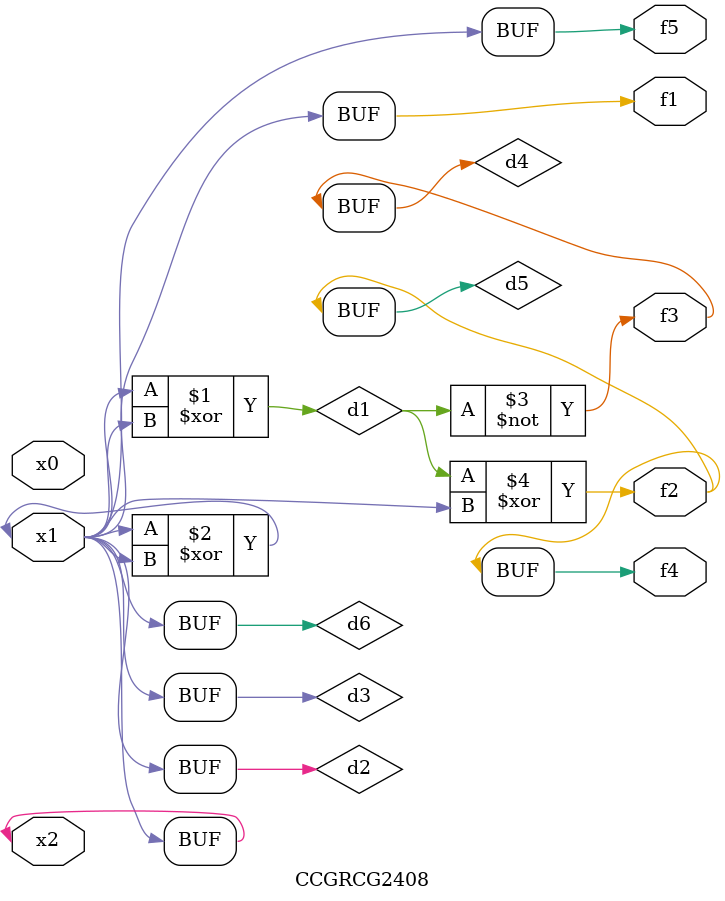
<source format=v>
module CCGRCG2408(
	input x0, x1, x2,
	output f1, f2, f3, f4, f5
);

	wire d1, d2, d3, d4, d5, d6;

	xor (d1, x1, x2);
	buf (d2, x1, x2);
	xor (d3, x1, x2);
	nor (d4, d1);
	xor (d5, d1, d2);
	buf (d6, d2, d3);
	assign f1 = d6;
	assign f2 = d5;
	assign f3 = d4;
	assign f4 = d5;
	assign f5 = d6;
endmodule

</source>
